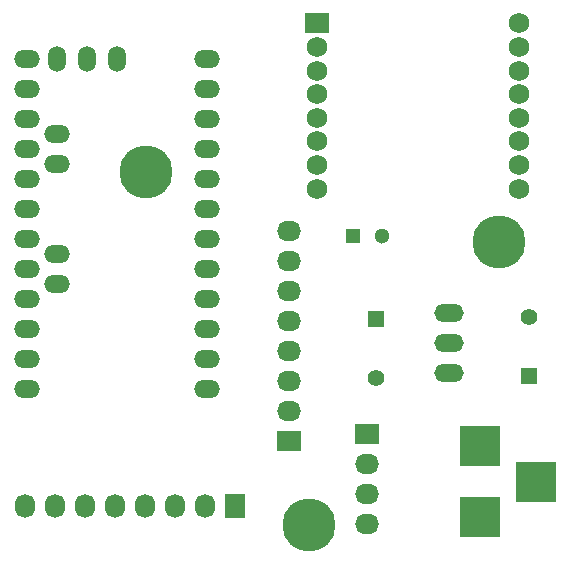
<source format=gbs>
G04 #@! TF.FileFunction,Soldermask,Bot*
%FSLAX46Y46*%
G04 Gerber Fmt 4.6, Leading zero omitted, Abs format (unit mm)*
G04 Created by KiCad (PCBNEW 4.0.4+e1-6308~48~ubuntu16.04.1-stable) date Wed Nov 16 10:49:13 2016*
%MOMM*%
%LPD*%
G01*
G04 APERTURE LIST*
%ADD10C,0.100000*%
%ADD11R,2.000000X1.727200*%
%ADD12C,1.727200*%
%ADD13R,1.400000X1.400000*%
%ADD14C,1.400000*%
%ADD15R,1.300000X1.300000*%
%ADD16C,1.300000*%
%ADD17O,2.199640X1.501140*%
%ADD18O,1.501140X2.199640*%
%ADD19R,2.032000X1.727200*%
%ADD20O,2.032000X1.727200*%
%ADD21R,1.727200X2.032000*%
%ADD22O,1.727200X2.032000*%
%ADD23O,2.499360X1.501140*%
%ADD24C,4.500880*%
%ADD25R,3.500120X3.500120*%
G04 APERTURE END LIST*
D10*
D11*
X115000000Y-87500000D03*
D12*
X115000000Y-89500000D03*
X115000000Y-91500000D03*
X115000000Y-93500000D03*
X115000000Y-95500000D03*
X115000000Y-97500000D03*
X115000000Y-99500000D03*
X115000000Y-101500000D03*
X132100000Y-101500000D03*
X132100000Y-99500000D03*
X132100000Y-97500000D03*
X132100000Y-95500000D03*
X132100000Y-93500000D03*
X132100000Y-91500000D03*
X132100000Y-89500000D03*
X132100000Y-87500000D03*
D13*
X132925000Y-117350000D03*
D14*
X132925000Y-112350000D03*
D13*
X120000000Y-112500000D03*
D14*
X120000000Y-117500000D03*
D15*
X118000000Y-105500000D03*
D16*
X120500000Y-105500000D03*
D17*
X92920000Y-99420000D03*
X92920000Y-96880000D03*
X105620000Y-118470000D03*
X105620000Y-115930000D03*
X105620000Y-113390000D03*
X105620000Y-110850000D03*
X105620000Y-108310000D03*
X105620000Y-105770000D03*
X105620000Y-103230000D03*
X105620000Y-100690000D03*
X105620000Y-98150000D03*
X105620000Y-95610000D03*
X105620000Y-93070000D03*
X105620000Y-90530000D03*
X90380000Y-90530000D03*
X90380000Y-93070000D03*
X90380000Y-95610000D03*
X90380000Y-98150000D03*
X90380000Y-100690000D03*
X90380000Y-103230000D03*
X90380000Y-105770000D03*
X90380000Y-108310000D03*
X90380000Y-110850000D03*
X90380000Y-113390000D03*
X90380000Y-115930000D03*
X90380000Y-118470000D03*
X92920000Y-107040000D03*
X92920000Y-109580000D03*
D18*
X92920000Y-90530000D03*
X95460000Y-90530000D03*
X98000000Y-90530000D03*
D19*
X119200000Y-122300000D03*
D20*
X119200000Y-124840000D03*
X119200000Y-127380000D03*
X119200000Y-129920000D03*
D19*
X112600000Y-122900000D03*
D20*
X112600000Y-120360000D03*
X112600000Y-117820000D03*
X112600000Y-115280000D03*
X112600000Y-112740000D03*
X112600000Y-110200000D03*
X112600000Y-107660000D03*
X112600000Y-105120000D03*
D21*
X108000000Y-128400000D03*
D22*
X105460000Y-128400000D03*
X102920000Y-128400000D03*
X100380000Y-128400000D03*
X97840000Y-128400000D03*
X95300000Y-128400000D03*
X92760000Y-128400000D03*
X90220000Y-128400000D03*
D23*
X126175000Y-114550000D03*
X126175000Y-117090000D03*
X126175000Y-112010000D03*
D24*
X114325000Y-129975000D03*
X130375000Y-106000000D03*
X100525000Y-100075000D03*
D25*
X128800000Y-123299860D03*
X128800000Y-129299340D03*
X133499000Y-126299600D03*
M02*

</source>
